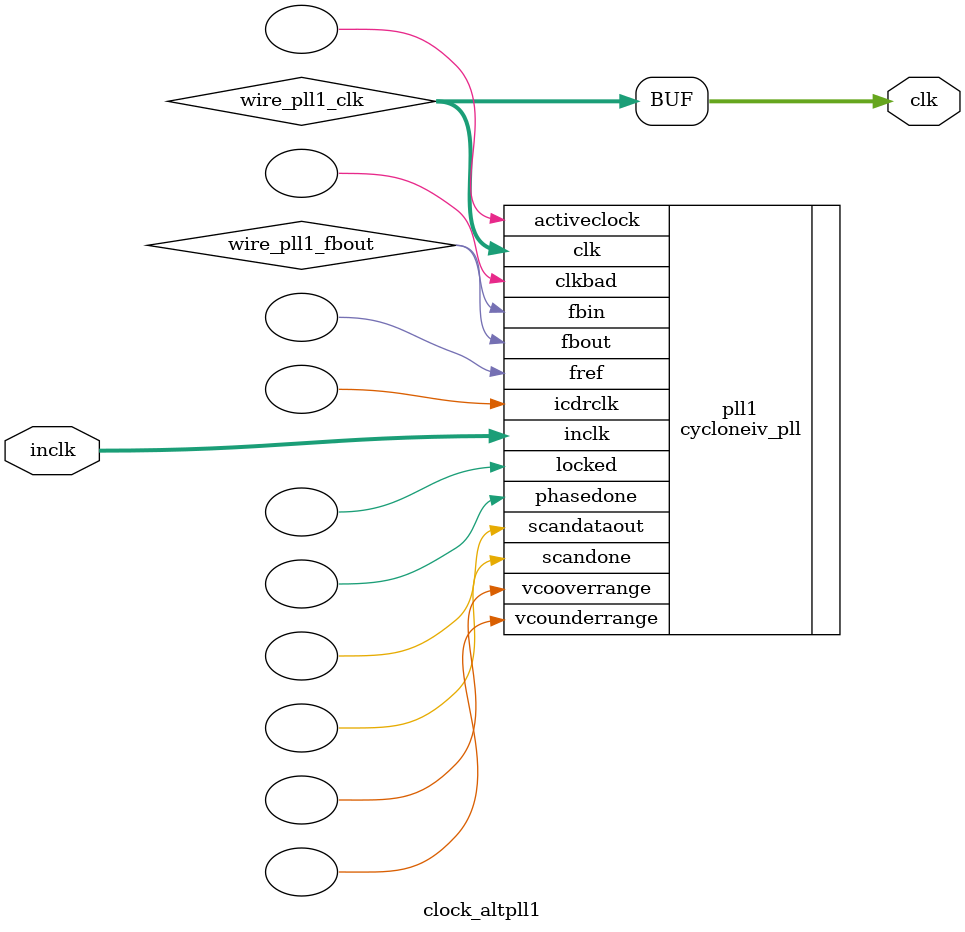
<source format=v>






//synthesis_resources = cycloneiv_pll 1 
//synopsys translate_off
`timescale 1 ps / 1 ps
//synopsys translate_on
module  clock_altpll1
	( 
	clk,
	inclk) /* synthesis synthesis_clearbox=1 */;
	output   [4:0]  clk;
	input   [1:0]  inclk;
`ifndef ALTERA_RESERVED_QIS
// synopsys translate_off
`endif
	tri0   [1:0]  inclk;
`ifndef ALTERA_RESERVED_QIS
// synopsys translate_on
`endif

	wire  [4:0]   wire_pll1_clk;
	wire  wire_pll1_fbout;

	cycloneiv_pll   pll1
	( 
	.activeclock(),
	.clk(wire_pll1_clk),
	.clkbad(),
	.fbin(wire_pll1_fbout),
	.fbout(wire_pll1_fbout),
	.fref(),
	.icdrclk(),
	.inclk(inclk),
	.locked(),
	.phasedone(),
	.scandataout(),
	.scandone(),
	.vcooverrange(),
	.vcounderrange()
	`ifndef FORMAL_VERIFICATION
	// synopsys translate_off
	`endif
	,
	.areset(1'b0),
	.clkswitch(1'b0),
	.configupdate(1'b0),
	.pfdena(1'b1),
	.phasecounterselect({3{1'b0}}),
	.phasestep(1'b0),
	.phaseupdown(1'b0),
	.scanclk(1'b0),
	.scanclkena(1'b1),
	.scandata(1'b0)
	`ifndef FORMAL_VERIFICATION
	// synopsys translate_on
	`endif
	);
	defparam
		pll1.bandwidth_type = "auto",
		pll1.clk0_divide_by = 1,
		pll1.clk0_duty_cycle = 50,
		pll1.clk0_multiply_by = 1,
		pll1.clk0_phase_shift = "0",
		pll1.compensate_clock = "clk0",
		pll1.inclk0_input_frequency = 20000,
		pll1.operation_mode = "normal",
		pll1.pll_type = "auto",
		pll1.lpm_type = "cycloneiv_pll";
	assign
		clk = {wire_pll1_clk[4:0]};
endmodule //clock_altpll1
//VALID FILE

</source>
